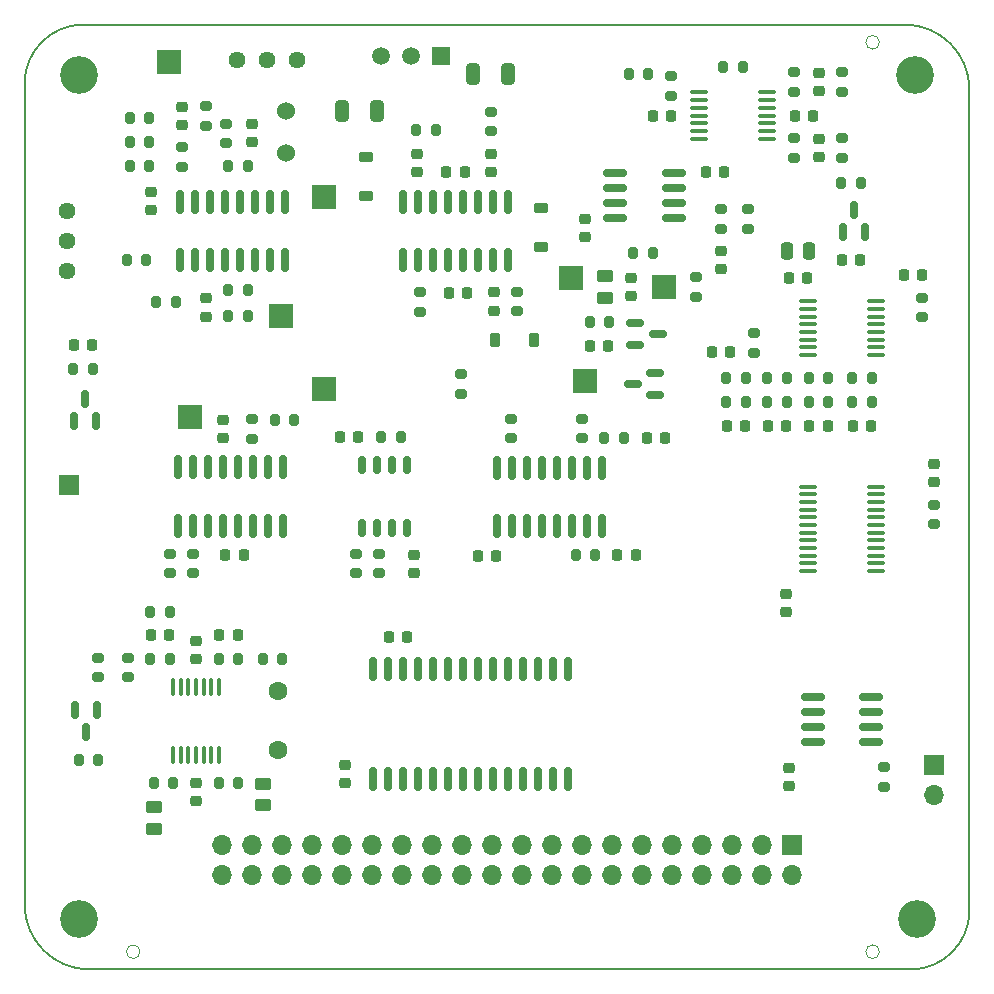
<source format=gbr>
G04 #@! TF.GenerationSoftware,KiCad,Pcbnew,7.0.11*
G04 #@! TF.CreationDate,2024-07-16T09:01:34-07:00*
G04 #@! TF.ProjectId,z3340,7a333334-302e-46b6-9963-61645f706362,0.7*
G04 #@! TF.SameCoordinates,PX5d9f491PY90fcb2f*
G04 #@! TF.FileFunction,Soldermask,Top*
G04 #@! TF.FilePolarity,Negative*
%FSLAX46Y46*%
G04 Gerber Fmt 4.6, Leading zero omitted, Abs format (unit mm)*
G04 Created by KiCad (PCBNEW 7.0.11) date 2024-07-16 09:01:34*
%MOMM*%
%LPD*%
G01*
G04 APERTURE LIST*
G04 Aperture macros list*
%AMRoundRect*
0 Rectangle with rounded corners*
0 $1 Rounding radius*
0 $2 $3 $4 $5 $6 $7 $8 $9 X,Y pos of 4 corners*
0 Add a 4 corners polygon primitive as box body*
4,1,4,$2,$3,$4,$5,$6,$7,$8,$9,$2,$3,0*
0 Add four circle primitives for the rounded corners*
1,1,$1+$1,$2,$3*
1,1,$1+$1,$4,$5*
1,1,$1+$1,$6,$7*
1,1,$1+$1,$8,$9*
0 Add four rect primitives between the rounded corners*
20,1,$1+$1,$2,$3,$4,$5,0*
20,1,$1+$1,$4,$5,$6,$7,0*
20,1,$1+$1,$6,$7,$8,$9,0*
20,1,$1+$1,$8,$9,$2,$3,0*%
G04 Aperture macros list end*
%ADD10RoundRect,0.225000X-0.250000X0.225000X-0.250000X-0.225000X0.250000X-0.225000X0.250000X0.225000X0*%
%ADD11RoundRect,0.225000X0.250000X-0.225000X0.250000X0.225000X-0.250000X0.225000X-0.250000X-0.225000X0*%
%ADD12RoundRect,0.150000X0.150000X-0.825000X0.150000X0.825000X-0.150000X0.825000X-0.150000X-0.825000X0*%
%ADD13RoundRect,0.200000X0.200000X0.275000X-0.200000X0.275000X-0.200000X-0.275000X0.200000X-0.275000X0*%
%ADD14RoundRect,0.200000X0.275000X-0.200000X0.275000X0.200000X-0.275000X0.200000X-0.275000X-0.200000X0*%
%ADD15RoundRect,0.200000X-0.200000X-0.275000X0.200000X-0.275000X0.200000X0.275000X-0.200000X0.275000X0*%
%ADD16RoundRect,0.200000X-0.275000X0.200000X-0.275000X-0.200000X0.275000X-0.200000X0.275000X0.200000X0*%
%ADD17C,1.440000*%
%ADD18RoundRect,0.225000X-0.225000X-0.250000X0.225000X-0.250000X0.225000X0.250000X-0.225000X0.250000X0*%
%ADD19RoundRect,0.225000X0.225000X0.250000X-0.225000X0.250000X-0.225000X-0.250000X0.225000X-0.250000X0*%
%ADD20RoundRect,0.250000X-0.450000X0.262500X-0.450000X-0.262500X0.450000X-0.262500X0.450000X0.262500X0*%
%ADD21RoundRect,0.250000X-0.250000X-0.475000X0.250000X-0.475000X0.250000X0.475000X-0.250000X0.475000X0*%
%ADD22RoundRect,0.100000X0.100000X-0.637500X0.100000X0.637500X-0.100000X0.637500X-0.100000X-0.637500X0*%
%ADD23C,3.200000*%
%ADD24RoundRect,0.250000X0.325000X0.650000X-0.325000X0.650000X-0.325000X-0.650000X0.325000X-0.650000X0*%
%ADD25RoundRect,0.100000X0.637500X0.100000X-0.637500X0.100000X-0.637500X-0.100000X0.637500X-0.100000X0*%
%ADD26RoundRect,0.100000X-0.637500X-0.100000X0.637500X-0.100000X0.637500X0.100000X-0.637500X0.100000X0*%
%ADD27RoundRect,0.150000X0.150000X-0.587500X0.150000X0.587500X-0.150000X0.587500X-0.150000X-0.587500X0*%
%ADD28C,1.524000*%
%ADD29RoundRect,0.250000X-0.325000X-0.650000X0.325000X-0.650000X0.325000X0.650000X-0.325000X0.650000X0*%
%ADD30RoundRect,0.218750X0.256250X-0.218750X0.256250X0.218750X-0.256250X0.218750X-0.256250X-0.218750X0*%
%ADD31RoundRect,0.225000X0.375000X-0.225000X0.375000X0.225000X-0.375000X0.225000X-0.375000X-0.225000X0*%
%ADD32R,2.000000X2.000000*%
%ADD33R,1.700000X1.700000*%
%ADD34O,1.700000X1.700000*%
%ADD35RoundRect,0.150000X0.150000X-0.625000X0.150000X0.625000X-0.150000X0.625000X-0.150000X-0.625000X0*%
%ADD36R,1.500000X1.500000*%
%ADD37C,1.500000*%
%ADD38RoundRect,0.225000X-0.225000X-0.375000X0.225000X-0.375000X0.225000X0.375000X-0.225000X0.375000X0*%
%ADD39RoundRect,0.150000X0.825000X0.150000X-0.825000X0.150000X-0.825000X-0.150000X0.825000X-0.150000X0*%
%ADD40RoundRect,0.150000X0.150000X-0.875000X0.150000X0.875000X-0.150000X0.875000X-0.150000X-0.875000X0*%
%ADD41RoundRect,0.150000X-0.587500X-0.150000X0.587500X-0.150000X0.587500X0.150000X-0.587500X0.150000X0*%
%ADD42RoundRect,0.150000X-0.150000X0.587500X-0.150000X-0.587500X0.150000X-0.587500X0.150000X0.587500X0*%
%ADD43C,1.600000*%
%ADD44RoundRect,0.225000X-0.375000X0.225000X-0.375000X-0.225000X0.375000X-0.225000X0.375000X0.225000X0*%
%ADD45RoundRect,0.150000X-0.150000X0.825000X-0.150000X-0.825000X0.150000X-0.825000X0.150000X0.825000X0*%
%ADD46RoundRect,0.150000X0.587500X0.150000X-0.587500X0.150000X-0.587500X-0.150000X0.587500X-0.150000X0*%
G04 #@! TA.AperFunction,Profile*
%ADD47C,0.150000*%
G04 #@! TD*
G04 #@! TA.AperFunction,Profile*
%ADD48C,0.050000*%
G04 #@! TD*
G04 APERTURE END LIST*
D10*
X47929999Y65204999D03*
X47929999Y63654999D03*
D11*
X17229999Y46629999D03*
X17229999Y48179999D03*
D10*
X14979999Y17454999D03*
X14979999Y15904999D03*
D12*
X13599999Y61679999D03*
X14869999Y61679999D03*
X16139999Y61679999D03*
X17409999Y61679999D03*
X18679999Y61679999D03*
X19949999Y61679999D03*
X21219999Y61679999D03*
X22489999Y61679999D03*
X22489999Y66629999D03*
X21219999Y66629999D03*
X19949999Y66629999D03*
X18679999Y66629999D03*
X17409999Y66629999D03*
X16139999Y66629999D03*
X14869999Y66629999D03*
X13599999Y66629999D03*
D11*
X19679999Y71654999D03*
X19679999Y73204999D03*
X11179999Y65904999D03*
X11179999Y67454999D03*
X13794999Y73129999D03*
X13794999Y74679999D03*
D13*
X19369999Y59154999D03*
X17719999Y59154999D03*
D14*
X30479999Y35154999D03*
X30479999Y36804999D03*
D15*
X17719999Y69654999D03*
X19369999Y69654999D03*
D13*
X10754999Y61679999D03*
X9104999Y61679999D03*
X13254999Y58179999D03*
X11604999Y58179999D03*
D14*
X15794999Y73079999D03*
X15794999Y74729999D03*
D16*
X6679999Y28004999D03*
X6679999Y26354999D03*
D14*
X13794999Y69579999D03*
X13794999Y71229999D03*
D17*
X4029999Y65879999D03*
X4029999Y63339999D03*
X4029999Y60799999D03*
X18479999Y78629999D03*
X21019999Y78629999D03*
X23559999Y78629999D03*
D15*
X33604999Y72679999D03*
X35254999Y72679999D03*
D14*
X57329999Y58604999D03*
X57329999Y60254999D03*
D15*
X48292499Y56429999D03*
X49942499Y56429999D03*
D10*
X39979999Y70679999D03*
X39979999Y69129999D03*
D18*
X50654999Y36679999D03*
X52204999Y36679999D03*
D16*
X33929999Y58979999D03*
X33929999Y57329999D03*
D18*
X36154999Y69154999D03*
X37704999Y69154999D03*
D19*
X37954999Y58904999D03*
X36404999Y58904999D03*
D13*
X51204999Y46629999D03*
X49554999Y46629999D03*
D14*
X62179999Y53854999D03*
X62179999Y55504999D03*
D16*
X76429999Y58504999D03*
X76429999Y56854999D03*
X69679999Y72004999D03*
X69679999Y70354999D03*
D10*
X67679999Y71954999D03*
X67679999Y70404999D03*
D11*
X51829999Y58654999D03*
X51829999Y60204999D03*
D13*
X6229999Y52429999D03*
X4579999Y52429999D03*
D20*
X49579999Y60342499D03*
X49579999Y58517499D03*
D16*
X61679999Y66004999D03*
X61679999Y64354999D03*
D19*
X28704999Y46679999D03*
X27154999Y46679999D03*
D15*
X59604999Y78004999D03*
X61254999Y78004999D03*
X63354999Y51679999D03*
X65004999Y51679999D03*
X66854999Y51679999D03*
X68504999Y51679999D03*
D21*
X64979999Y62429999D03*
X66879999Y62429999D03*
D18*
X65154999Y60179999D03*
X66704999Y60179999D03*
D11*
X64929999Y31904999D03*
X64929999Y33454999D03*
D16*
X39929999Y74254999D03*
X39929999Y72604999D03*
D19*
X59704999Y69179999D03*
X58154999Y69179999D03*
D16*
X55179999Y77254999D03*
X55179999Y75604999D03*
D22*
X13029999Y19817499D03*
X13679999Y19817499D03*
X14329999Y19817499D03*
X14979999Y19817499D03*
X15629999Y19817499D03*
X16279999Y19817499D03*
X16929999Y19817499D03*
X16929999Y25542499D03*
X16279999Y25542499D03*
X15629999Y25542499D03*
X14979999Y25542499D03*
X14329999Y25542499D03*
X13679999Y25542499D03*
X13029999Y25542499D03*
D14*
X69679999Y75929999D03*
X69679999Y77579999D03*
D16*
X65629999Y77579999D03*
X65629999Y75929999D03*
D13*
X68504999Y49679999D03*
X66854999Y49679999D03*
D23*
X76054999Y5929999D03*
X75854999Y77329999D03*
X5054999Y5929999D03*
X5054999Y77329999D03*
D13*
X19369999Y56929999D03*
X17719999Y56929999D03*
D24*
X41404999Y77429999D03*
X38454999Y77429999D03*
D25*
X72542499Y35354999D03*
X72542499Y36004999D03*
X72542499Y36654999D03*
X72542499Y37304999D03*
X72542499Y37954999D03*
X72542499Y38604999D03*
X72542499Y39254999D03*
X72542499Y39904999D03*
X72542499Y40554999D03*
X72542499Y41204999D03*
X72542499Y41854999D03*
X72542499Y42504999D03*
X66817499Y42504999D03*
X66817499Y41854999D03*
X66817499Y41204999D03*
X66817499Y40554999D03*
X66817499Y39904999D03*
X66817499Y39254999D03*
X66817499Y38604999D03*
X66817499Y37954999D03*
X66817499Y37304999D03*
X66817499Y36654999D03*
X66817499Y36004999D03*
X66817499Y35354999D03*
D26*
X66817499Y58204999D03*
X66817499Y57554999D03*
X66817499Y56904999D03*
X66817499Y56254999D03*
X66817499Y55604999D03*
X66817499Y54954999D03*
X66817499Y54304999D03*
X66817499Y53654999D03*
X72542499Y53654999D03*
X72542499Y54304999D03*
X72542499Y54954999D03*
X72542499Y55604999D03*
X72542499Y56254999D03*
X72542499Y56904999D03*
X72542499Y57554999D03*
X72542499Y58204999D03*
D13*
X65004999Y49679999D03*
X63354999Y49679999D03*
X11004999Y73679999D03*
X9354999Y73679999D03*
D16*
X37429999Y52004999D03*
X37429999Y50354999D03*
D15*
X47104999Y36679999D03*
X48754999Y36679999D03*
D13*
X32304999Y46729999D03*
X30654999Y46729999D03*
D16*
X41679999Y48254999D03*
X41679999Y46604999D03*
D15*
X59854999Y51679999D03*
X61504999Y51679999D03*
D16*
X14729999Y36804999D03*
X14729999Y35154999D03*
D12*
X32484999Y61679999D03*
X33754999Y61679999D03*
X35024999Y61679999D03*
X36294999Y61679999D03*
X37564999Y61679999D03*
X38834999Y61679999D03*
X40104999Y61679999D03*
X41374999Y61679999D03*
X41374999Y66629999D03*
X40104999Y66629999D03*
X38834999Y66629999D03*
X37564999Y66629999D03*
X36294999Y66629999D03*
X35024999Y66629999D03*
X33754999Y66629999D03*
X32484999Y66629999D03*
D16*
X12729999Y36804999D03*
X12729999Y35154999D03*
D27*
X69729999Y64054999D03*
X71629999Y64054999D03*
X70679999Y65929999D03*
D16*
X47679999Y48254999D03*
X47679999Y46604999D03*
D28*
X22562499Y70729999D03*
X22562499Y74329999D03*
D29*
X27354999Y74279999D03*
X30304999Y74279999D03*
D16*
X77429999Y40979999D03*
X77429999Y39329999D03*
D30*
X77429999Y42867499D03*
X77429999Y44442499D03*
D31*
X44179999Y62779999D03*
X44179999Y66079999D03*
D11*
X40179999Y57404999D03*
X40179999Y58954999D03*
X33429999Y35154999D03*
X33429999Y36704999D03*
D14*
X42179999Y57354999D03*
X42179999Y59004999D03*
D32*
X14429999Y48429999D03*
D15*
X52004999Y62329999D03*
X53654999Y62329999D03*
D16*
X59429999Y66004999D03*
X59429999Y64354999D03*
D10*
X15794999Y58454999D03*
X15794999Y56904999D03*
D32*
X25829999Y67029999D03*
D13*
X11004999Y71679999D03*
X9354999Y71679999D03*
D15*
X9354999Y69679999D03*
X11004999Y69679999D03*
D13*
X12754999Y31929999D03*
X11104999Y31929999D03*
D12*
X13484999Y39204999D03*
X14754999Y39204999D03*
X16024999Y39204999D03*
X17294999Y39204999D03*
X18564999Y39204999D03*
X19834999Y39204999D03*
X21104999Y39204999D03*
X22374999Y39204999D03*
X22374999Y44154999D03*
X21104999Y44154999D03*
X19834999Y44154999D03*
X18564999Y44154999D03*
X17294999Y44154999D03*
X16024999Y44154999D03*
X14754999Y44154999D03*
X13484999Y44154999D03*
D33*
X65454999Y12129999D03*
D34*
X65454999Y9589999D03*
X62914999Y12129999D03*
X62914999Y9589999D03*
X60374999Y12129999D03*
X60374999Y9589999D03*
X57834999Y12129999D03*
X57834999Y9589999D03*
X55294999Y12129999D03*
X55294999Y9589999D03*
X52754999Y12129999D03*
X52754999Y9589999D03*
X50214999Y12129999D03*
X50214999Y9589999D03*
X47674999Y12129999D03*
X47674999Y9589999D03*
X45134999Y12129999D03*
X45134999Y9589999D03*
X42594999Y12129999D03*
X42594999Y9589999D03*
X40054999Y12129999D03*
X40054999Y9589999D03*
X37514999Y12129999D03*
X37514999Y9589999D03*
X34974999Y12129999D03*
X34974999Y9589999D03*
X32434999Y12129999D03*
X32434999Y9589999D03*
X29894999Y12129999D03*
X29894999Y9589999D03*
X27354999Y12129999D03*
X27354999Y9589999D03*
X24814999Y12129999D03*
X24814999Y9589999D03*
X22274999Y12129999D03*
X22274999Y9589999D03*
X19734999Y12129999D03*
X19734999Y9589999D03*
X17194999Y12129999D03*
X17194999Y9589999D03*
D19*
X19004999Y36729999D03*
X17454999Y36729999D03*
D11*
X65179999Y17154999D03*
X65179999Y18704999D03*
D35*
X29024999Y39004999D03*
X30294999Y39004999D03*
X31564999Y39004999D03*
X32834999Y39004999D03*
X32834999Y44354999D03*
X31564999Y44354999D03*
X30294999Y44354999D03*
X29024999Y44354999D03*
D32*
X22179999Y56929999D03*
D10*
X14979999Y29454999D03*
X14979999Y27904999D03*
D13*
X22254999Y27929999D03*
X20604999Y27929999D03*
X18554999Y17429999D03*
X16904999Y17429999D03*
D20*
X20679999Y17342499D03*
X20679999Y15517499D03*
D14*
X17544999Y71579999D03*
X17544999Y73229999D03*
D36*
X35679999Y78929999D03*
D37*
X33139999Y78929999D03*
X30599999Y78929999D03*
D18*
X58654999Y53929999D03*
X60204999Y53929999D03*
X38854999Y36629999D03*
X40404999Y36629999D03*
D19*
X18504999Y29929999D03*
X16954999Y29929999D03*
D18*
X11154999Y29929999D03*
X12704999Y29929999D03*
D13*
X12754999Y27929999D03*
X11104999Y27929999D03*
D14*
X9179999Y26354999D03*
X9179999Y28004999D03*
D15*
X11404999Y17429999D03*
X13054999Y17429999D03*
D20*
X11429999Y15342499D03*
X11429999Y13517499D03*
D32*
X46679999Y60179999D03*
D13*
X23304999Y48154999D03*
X21654999Y48154999D03*
D15*
X16904999Y27929999D03*
X18554999Y27929999D03*
D14*
X19729999Y46579999D03*
X19729999Y48229999D03*
D15*
X51604999Y77429999D03*
X53254999Y77429999D03*
X5054999Y19367499D03*
X6704999Y19367499D03*
D38*
X40279999Y54929999D03*
X43579999Y54929999D03*
D39*
X72129999Y20869999D03*
X72129999Y22139999D03*
X72129999Y23409999D03*
X72129999Y24679999D03*
X67179999Y24679999D03*
X67179999Y23409999D03*
X67179999Y22139999D03*
X67179999Y20869999D03*
D33*
X77429999Y18904999D03*
D34*
X77429999Y16364999D03*
D18*
X31304999Y29779999D03*
X32854999Y29779999D03*
D14*
X65629999Y70354999D03*
X65629999Y72004999D03*
D10*
X59429999Y62454999D03*
X59429999Y60904999D03*
D18*
X74904999Y60429999D03*
X76454999Y60429999D03*
D13*
X71254999Y68179999D03*
X69604999Y68179999D03*
D10*
X27579999Y18954999D03*
X27579999Y17404999D03*
D18*
X53654999Y73929999D03*
X55204999Y73929999D03*
X63404999Y47679999D03*
X64954999Y47679999D03*
D40*
X29924999Y17779999D03*
X31194999Y17779999D03*
X32464999Y17779999D03*
X33734999Y17779999D03*
X35004999Y17779999D03*
X36274999Y17779999D03*
X37544999Y17779999D03*
X38814999Y17779999D03*
X40084999Y17779999D03*
X41354999Y17779999D03*
X42624999Y17779999D03*
X43894999Y17779999D03*
X45164999Y17779999D03*
X46434999Y17779999D03*
X46434999Y27079999D03*
X45164999Y27079999D03*
X43894999Y27079999D03*
X42624999Y27079999D03*
X41354999Y27079999D03*
X40084999Y27079999D03*
X38814999Y27079999D03*
X37544999Y27079999D03*
X36274999Y27079999D03*
X35004999Y27079999D03*
X33734999Y27079999D03*
X32464999Y27079999D03*
X31194999Y27079999D03*
X29924999Y27079999D03*
D41*
X52179999Y56379999D03*
X52179999Y54479999D03*
X54054999Y55429999D03*
D32*
X47929999Y51429999D03*
D27*
X4629999Y48054999D03*
X6529999Y48054999D03*
X5579999Y49929999D03*
D42*
X6629999Y23617499D03*
X4729999Y23617499D03*
X5679999Y21742499D03*
D14*
X28479999Y35154999D03*
X28479999Y36804999D03*
D43*
X21929999Y20179999D03*
X21929999Y25179999D03*
D18*
X4629999Y54534999D03*
X6179999Y54534999D03*
D32*
X54579999Y59429999D03*
D18*
X70579999Y47679999D03*
X72129999Y47679999D03*
D13*
X72179999Y49679999D03*
X70529999Y49679999D03*
D18*
X53154999Y46629999D03*
X54704999Y46629999D03*
D10*
X33679999Y70679999D03*
X33679999Y69129999D03*
D11*
X67679999Y75979999D03*
X67679999Y77529999D03*
D13*
X61504999Y49679999D03*
X59854999Y49679999D03*
D19*
X49892499Y54429999D03*
X48342499Y54429999D03*
D32*
X25829999Y50779999D03*
D15*
X70529999Y51679999D03*
X72179999Y51679999D03*
D25*
X63292499Y71979999D03*
X63292499Y72629999D03*
X63292499Y73279999D03*
X63292499Y73929999D03*
X63292499Y74579999D03*
X63292499Y75229999D03*
X63292499Y75879999D03*
X57567499Y75879999D03*
X57567499Y75229999D03*
X57567499Y74579999D03*
X57567499Y73929999D03*
X57567499Y73279999D03*
X57567499Y72629999D03*
X57567499Y71979999D03*
D44*
X29329999Y70429999D03*
X29329999Y67129999D03*
D18*
X66904999Y47679999D03*
X68454999Y47679999D03*
D45*
X49324999Y44104999D03*
X48054999Y44104999D03*
X46784999Y44104999D03*
X45514999Y44104999D03*
X44244999Y44104999D03*
X42974999Y44104999D03*
X41704999Y44104999D03*
X40434999Y44104999D03*
X40434999Y39154999D03*
X41704999Y39154999D03*
X42974999Y39154999D03*
X44244999Y39154999D03*
X45514999Y39154999D03*
X46784999Y39154999D03*
X48054999Y39154999D03*
X49324999Y39154999D03*
D14*
X73179999Y17104999D03*
X73179999Y18754999D03*
D33*
X4179999Y42679999D03*
D39*
X55404999Y65274999D03*
X55404999Y66544999D03*
X55404999Y67814999D03*
X55404999Y69084999D03*
X50454999Y69084999D03*
X50454999Y67814999D03*
X50454999Y66544999D03*
X50454999Y65274999D03*
D18*
X65654999Y73929999D03*
X67204999Y73929999D03*
D32*
X12679999Y78429999D03*
D18*
X59904999Y47679999D03*
X61454999Y47679999D03*
X69654999Y61679999D03*
X71204999Y61679999D03*
D46*
X53867499Y50229999D03*
X53867499Y52129999D03*
X51992499Y51179999D03*
D47*
X454999Y7129999D02*
G75*
G03*
X5954999Y1629999I5500000J0D01*
G01*
X75454999Y1629999D02*
G75*
G03*
X80454999Y6629999I0J5000000D01*
G01*
X75454999Y1629999D02*
X5954999Y1629999D01*
X5454999Y81629999D02*
G75*
G03*
X454999Y76629999I0J-5000000D01*
G01*
X80454999Y76129999D02*
G75*
G03*
X74954999Y81629999I-5500000J0D01*
G01*
X5454999Y81629999D02*
X74954999Y81629999D01*
X80454999Y6629999D02*
X80454999Y76129999D01*
X454999Y76629999D02*
X454999Y7129999D01*
D48*
X10230999Y3129999D02*
G75*
G03*
X9078999Y3129999I-576000J0D01*
G01*
X9078999Y3129999D02*
G75*
G03*
X10230999Y3129999I576000J0D01*
G01*
X72830999Y80129999D02*
G75*
G03*
X71678999Y80129999I-576000J0D01*
G01*
X71678999Y80129999D02*
G75*
G03*
X72830999Y80129999I576000J0D01*
G01*
X72830999Y3129999D02*
G75*
G03*
X71678999Y3129999I-576000J0D01*
G01*
X71678999Y3129999D02*
G75*
G03*
X72830999Y3129999I576000J0D01*
G01*
M02*

</source>
